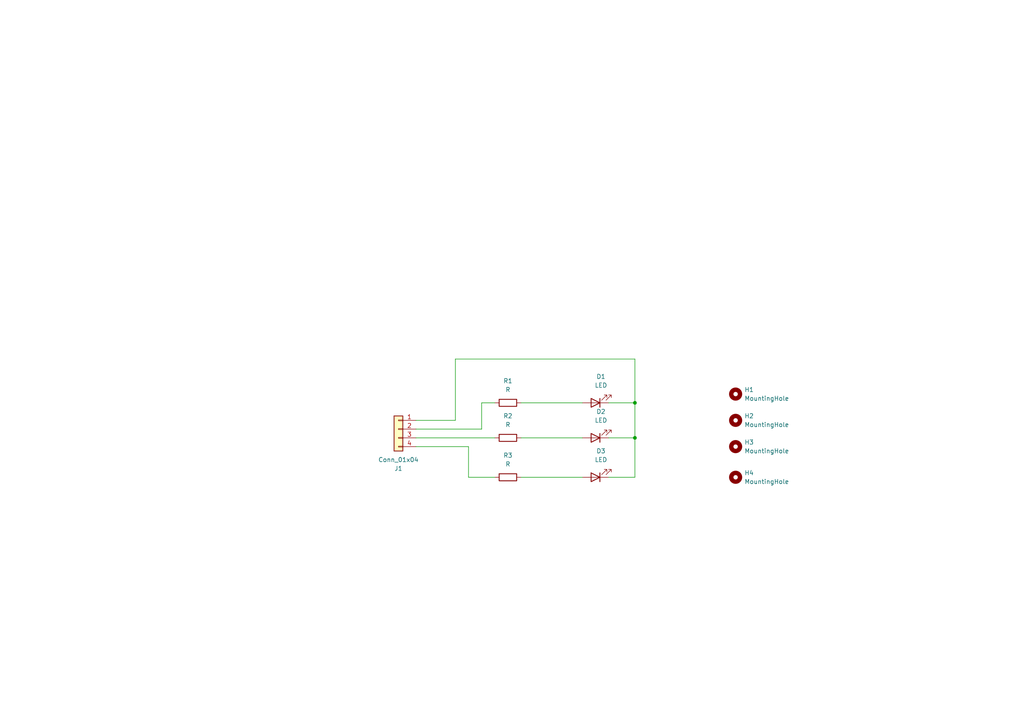
<source format=kicad_sch>
(kicad_sch (version 20250114) (generator "eeschema") (generator_version "9.0")
  (paper "A4")
  (title_block (title "Traffic light ") (date "2025-08-02"))
  (lib_symbols
    (symbol "Connector_Generic:Conn_01x04" (pin_names (offset 1.016) (hide yes))
      (property "Reference" "J" (at 0 5.08 0))
      (property "Value" "Conn_01x04" (at 0 -7.62 0))
      (symbol "Conn_01x04_1_1"
        (rectangle (start -1.27 3.81) (end 1.27 -6.35) (stroke (width 0.254)) (fill (type background)))
        (rectangle (start -1.27 2.667) (end 0 2.413) (stroke (width 0.1524)))
        (rectangle (start -1.27 0.127) (end 0 -0.127) (stroke (width 0.1524)))
        (rectangle (start -1.27 -2.413) (end 0 -2.667) (stroke (width 0.1524)))
        (rectangle (start -1.27 -4.953) (end 0 -5.207) (stroke (width 0.1524)))
        (pin passive line (at -5.08 2.54 0) (length 3.81) (name "Pin_1") (number "1"))
        (pin passive line (at -5.08 0 0) (length 3.81) (name "Pin_2") (number "2"))
        (pin passive line (at -5.08 -2.54 0) (length 3.81) (name "Pin_3") (number "3"))
        (pin passive line (at -5.08 -5.08 0) (length 3.81) (name "Pin_4") (number "4"))
      )
    )
    (symbol "Device:LED" (pin_numbers (hide yes)) (pin_names (offset 1.016) (hide yes))
      (property "Reference" "D" (at 0 2.54 0))
      (property "Value" "LED" (at 0 -2.54 0))
      (symbol "LED_0_1"
        (polyline (pts (xy -3.048 -0.762) (xy -4.572 -2.286) (xy -3.81 -2.286) (xy -4.572 -2.286) (xy -4.572 -1.524)))
        (polyline (pts (xy -1.778 -0.762) (xy -3.302 -2.286) (xy -2.54 -2.286) (xy -3.302 -2.286) (xy -3.302 -1.524)))
        (polyline (pts (xy -1.27 0) (xy 1.27 0)))
        (polyline (pts (xy -1.27 -1.27) (xy -1.27 1.27)) (stroke (width 0.254)))
        (polyline (pts (xy 1.27 -1.27) (xy 1.27 1.27) (xy -1.27 0) (xy 1.27 -1.27)) (stroke (width 0.254)))
      )
      (symbol "LED_1_1"
        (pin passive line (at -3.81 0 0) (length 2.54) (name "K") (number "1"))
        (pin passive line (at 3.81 0 180) (length 2.54) (name "A") (number "2"))
      )
    )
    (symbol "Device:R" (pin_numbers (hide yes)) (pin_names (offset 0))
      (property "Reference" "R" (at 2.032 0 90))
      (property "Value" "R" (at 0 0 90))
      (symbol "R_0_1"
        (rectangle (start -1.016 -2.54) (end 1.016 2.54) (stroke (width 0.254)))
      )
      (symbol "R_1_1"
        (pin passive line (at 0 3.81 270) (length 1.27) (name "~") (number "1"))
        (pin passive line (at 0 -3.81 90) (length 1.27) (name "~") (number "2"))
      )
    )
    (symbol "Mechanical:MountingHole" (pin_names (offset 1.016)) (in_bom no)
      (property "Reference" "H" (at 0 5.08 0))
      (property "Value" "MountingHole" (at 0 3.175 0))
      (symbol "MountingHole_0_1"
        (circle (center 0 0) (radius 1.27) (stroke (width 1.27)))
      )
    )
  )
  (junction (at 184.15 127))
  (junction (at 184.15 116.84))
  (wire (pts (xy 139.7 124.46) (xy 139.7 116.84)))
  (wire (pts (xy 120.65 124.46) (xy 139.7 124.46)))
  (wire (pts (xy 132.08 104.14) (xy 132.08 121.92)))
  (wire (pts (xy 132.08 121.92) (xy 120.65 121.92)))
  (wire (pts (xy 135.89 129.54) (xy 135.89 138.43)))
  (wire (pts (xy 135.89 138.43) (xy 143.51 138.43)))
  (wire (pts (xy 184.15 127) (xy 184.15 138.43)))
  (wire (pts (xy 139.7 116.84) (xy 143.51 116.84)))
  (wire (pts (xy 151.13 138.43) (xy 168.91 138.43)))
  (wire (pts (xy 176.53 116.84) (xy 184.15 116.84)))
  (wire (pts (xy 151.13 127) (xy 168.91 127)))
  (wire (pts (xy 151.13 116.84) (xy 168.91 116.84)))
  (wire (pts (xy 184.15 127) (xy 184.15 116.84)))
  (wire (pts (xy 120.65 127) (xy 143.51 127)))
  (wire (pts (xy 120.65 129.54) (xy 135.89 129.54)))
  (wire (pts (xy 184.15 116.84) (xy 184.15 104.14)))
  (wire (pts (xy 184.15 104.14) (xy 132.08 104.14)))
  (wire (pts (xy 176.53 127) (xy 184.15 127)))
  (wire (pts (xy 176.53 138.43) (xy 184.15 138.43)))
  (symbol (lib_id "Mechanical:MountingHole") (at 213.36 138.43 0) (unit 1) (in_bom no)
    (property "Reference" "H4" (at 215.9 137.1599 0) (effects (justify left)))
    (property "Value" "MountingHole" (at 215.9 139.6999 0) (effects (justify left)))
    (property "Footprint" "MountingHole:MountingHole_2.5mm_Pad" (effects (hide yes)))
    (property "Description" "Mounting Hole without connection" (effects (hide yes)))
  )
  (symbol (lib_id "Mechanical:MountingHole") (at 213.36 121.92 0) (unit 1) (in_bom no)
    (property "Reference" "H2" (at 215.9 120.6499 0) (effects (justify left)))
    (property "Value" "MountingHole" (at 215.9 123.1899 0) (effects (justify left)))
    (property "Footprint" "MountingHole:MountingHole_2.5mm_Pad" (effects (hide yes)))
    (property "Description" "Mounting Hole without connection" (effects (hide yes)))
  )
  (symbol (lib_id "Mechanical:MountingHole") (at 213.36 114.3 0) (unit 1) (in_bom no)
    (property "Reference" "H1" (at 215.9 113.0299 0) (effects (justify left)))
    (property "Value" "MountingHole" (at 215.9 115.5699 0) (effects (justify left)))
    (property "Footprint" "MountingHole:MountingHole_2.5mm_Pad" (effects (hide yes)))
    (property "Description" "Mounting Hole without connection" (effects (hide yes)))
  )
  (symbol (lib_id "Device:LED") (at 172.72 116.84 180) (unit 1)
    (property "Reference" "D1" (at 174.3075 109.22 0))
    (property "Value" "LED" (at 174.3075 111.76 0))
    (property "Footprint" "LED_THT:LED_D3.0mm" (effects (hide yes)))
    (property "Description" "Light emitting diode" (effects (hide yes)))
    (property "Sim.Pins" "1=K 2=A" (effects (hide yes)))
  )
  (symbol (lib_id "Mechanical:MountingHole") (at 213.36 129.54 0) (unit 1) (in_bom no)
    (property "Reference" "H3" (at 215.9 128.2699 0) (effects (justify left)))
    (property "Value" "MountingHole" (at 215.9 130.8099 0) (effects (justify left)))
    (property "Footprint" "MountingHole:MountingHole_2.5mm_Pad" (effects (hide yes)))
    (property "Description" "Mounting Hole without connection" (effects (hide yes)))
  )
  (symbol (lib_id "Device:R") (at 147.32 116.84 90) (unit 1)
    (property "Reference" "R1" (at 147.32 110.49 90))
    (property "Value" "R" (at 147.32 113.03 90))
    (property "Footprint" "Resistor_THT:R_Axial_DIN0204_L3.6mm_D1.6mm_P5.08mm_Horizontal" (effects (hide yes)))
    (property "Description" "Resistor" (effects (hide yes)))
  )
  (symbol (lib_id "Device:R") (at 147.32 127 90) (unit 1)
    (property "Reference" "R2" (at 147.32 120.65 90))
    (property "Value" "R" (at 147.32 123.19 90))
    (property "Footprint" "Resistor_THT:R_Axial_DIN0204_L3.6mm_D1.6mm_P5.08mm_Horizontal" (effects (hide yes)))
    (property "Description" "Resistor" (effects (hide yes)))
  )
  (symbol (lib_id "Connector_Generic:Conn_01x04") (at 115.57 124.46 0) (mirror y) (unit 1)
    (property "Reference" "J1" (at 115.57 135.89 0))
    (property "Value" "Conn_01x04" (at 115.57 133.35 0))
    (property "Footprint" "Connector_PinHeader_2.54mm:PinHeader_1x04_P2.54mm_Horizontal" (effects (hide yes)))
    (property "Description" "Generic connector, single row, 01x04, script generated (kicad-library-utils/schlib/autogen/connector/)" (effects (hide yes)))
  )
  (symbol (lib_id "Device:R") (at 147.32 138.43 90) (unit 1)
    (property "Reference" "R3" (at 147.32 132.08 90))
    (property "Value" "R" (at 147.32 134.62 90))
    (property "Footprint" "Resistor_THT:R_Axial_DIN0204_L3.6mm_D1.6mm_P5.08mm_Horizontal" (effects (hide yes)))
    (property "Description" "Resistor" (effects (hide yes)))
  )
  (symbol (lib_id "Device:LED") (at 172.72 127 180) (unit 1)
    (property "Reference" "D2" (at 174.3075 119.38 0))
    (property "Value" "LED" (at 174.3075 121.92 0))
    (property "Footprint" "LED_THT:LED_D3.0mm" (effects (hide yes)))
    (property "Description" "Light emitting diode" (effects (hide yes)))
    (property "Sim.Pins" "1=K 2=A" (effects (hide yes)))
  )
  (symbol (lib_id "Device:LED") (at 172.72 138.43 180) (unit 1)
    (property "Reference" "D3" (at 174.3075 130.81 0))
    (property "Value" "LED" (at 174.3075 133.35 0))
    (property "Footprint" "LED_THT:LED_D3.0mm" (effects (hide yes)))
    (property "Description" "Light emitting diode" (effects (hide yes)))
    (property "Sim.Pins" "1=K 2=A" (effects (hide yes)))
  )
)
</source>
